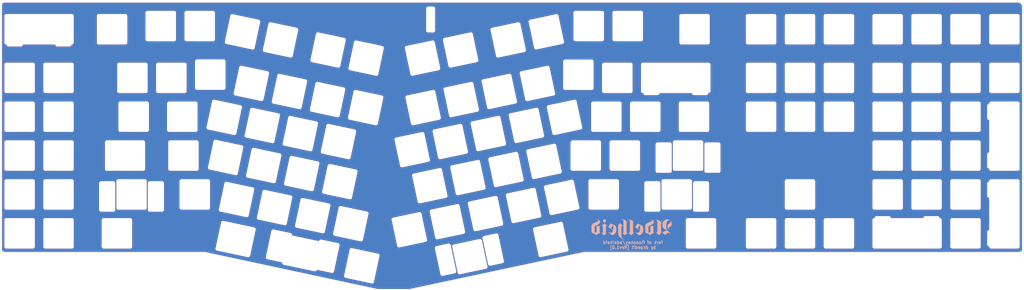
<source format=kicad_pcb>
(kicad_pcb (version 20211014) (generator pcbnew)
  (layers (0 "F.Cu" signal) (31 "B.Cu" signal) (34 "B.Paste" user) (35 "F.Paste" user) (36 "B.SilkS" user "B.Silkscreen") (37 "F.SilkS" user "F.Silkscreen") (38 "B.Mask" user) (39 "F.Mask" user) (44 "Edge.Cuts" user))
  (net 0 "")
  (footprint "acheron_MX_PlateSlots:MX100" (layer "F.Cu") (at 89.13495 280.9875))
  (footprint "acheron_MX_PlateSlots:MX100" (layer "F.Cu") (at 200.19308 336.376649 12))
  (footprint "acheron_MX_PlateSlots:MX100" (layer "F.Cu") (at 305.63185 300.0375))
  (footprint "acheron_MX_PlateSlots:MX100" (layer "F.Cu") (at 410.36875 261.9375))
  (footprint "acheron_MX_PlateSlots:MX100" (layer "F.Cu") (at 137.19175 243.332 -12))
  (footprint "acheron_MX_PlateSlots:MX100" (layer "F.Cu") (at 171.55795 333.4004 -12))
  (footprint "acheron_MX_PlateSlots:MX100" (layer "F.Cu") (at 372.26875 238.125))
  (footprint "acheron_MX_PlateSlots:MX100" (layer "F.Cu") (at 110.33125 300.9392 -12))
  (footprint "acheron_MX_PlateSlots:MX100" (layer "F.Cu") (at 391.31875 319.0875))
  (footprint "acheron_MX_PlateSlots:MX100" (layer "F.Cu") (at 453.23125 319.0875))
  (footprint "acheron_MX_PlateSlots:MX100" (layer "F.Cu") (at 276.10435 281.2923 12))
  (footprint "acheron_MX_PlateSlots:MX100" (layer "F.Cu") (at 206.95285 276.5171 12))
  (footprint "acheron_MX_PlateSlots:MX100" (layer "F.Cu") (at 238.84255 289.2044 12))
  (footprint "acheron_MX_PlateSlots:MX100" (layer "F.Cu") (at 410.36875 280.9875))
  (footprint "acheron_MX_PlateSlots:MX225" (layer "F.Cu") (at 64.29375 319.0875))
  (footprint "acheron_MX_PlateSlots:MX100" (layer "F.Cu") (at 9.525 261.9375))
  (footprint "acheron_MX_PlateSlots:MX100" (layer "F.Cu") (at 218.82735 332.4225 12))
  (footprint "acheron_MX_PlateSlots:MX100" (layer "F.Cu") (at 134.28345 325.4883 -12))
  (footprint "acheron_MX_PlateSlots:MX100" (layer "F.Cu") (at 472.28125 280.9875))
  (footprint "acheron_MX_PlateSlots:MX100" (layer "F.Cu") (at 372.26875 338.1375))
  (footprint "acheron_MX_PlateSlots:MX100" (layer "F.Cu") (at 179.07635 252.2601 -12))
  (footprint "acheron_MX_PlateSlots:MX100" (layer "F.Cu") (at 274.73275 320.5226 12))
  (footprint "acheron_MX_PlateSlots:MX100" (layer "F.Cu") (at 257.47345 285.242 12))
  (footprint "acheron_MX_PlateSlots:MX100" (layer "F.Cu") (at 453.23125 261.9375))
  (footprint "acheron_MX_PlateSlots:MX100" (layer "F.Cu") (at 286.54375 300.0375))
  (footprint "acheron_MX_PlateSlots:MX100" (layer "F.Cu") (at 206.66075 252.2474 12))
  (footprint "acheron_MX_PlateSlots:MX100" (layer "F.Cu") (at 109.63275 281.305 -12))
  (footprint "acheron_MX_PlateSlots:MX100" (layer "F.Cu") (at 453.23125 280.9875))
  (footprint "acheron_MX_PlateSlots:MX100" (layer "F.Cu") (at 128.26365 285.2674 -12))
  (footprint "acheron_MX_PlateSlots:MX100" (layer "F.Cu") (at 225.59645 272.5674 12))
  (footprint "acheron_MX_PlateSlots:MX100" (layer "F.Cu") (at 115.66525 321.5386 -12))
  (footprint "acheron_MX_PlateSlots:MX100" (layer "F.Cu") (at 372.26875 280.9875))
  (footprint "acheron_MX_PlateSlots:MX100" (layer "F.Cu") (at 28.575 280.9875))
  (footprint "acheron_MX_PlateSlots:MX100" (layer "F.Cu") (at 472.28125 238.125))
  (footprint "acheron_MX_PlateSlots:MX100" (layer "F.Cu") (at 391.31875 238.125))
  (footprint "acheron_MX_PlateSlots:MX100" (layer "F.Cu") (at 315.63945 280.9875))
  (footprint "acheron_MX_PlateSlots:MX100" (layer "F.Cu") (at 165.52545 293.1541 -12))
  (footprint "acheron_MX_PlateSlots:MX100" (layer "F.Cu") (at 28.575 300.0375))
  (footprint "acheron_MX_PlateSlots:MX100" (layer "F.Cu") (at 491.33125 238.125))
  (footprint "acheron_MX_PlateSlots:MX100" (layer "F.Cu") (at 83.780218 261.9375))
  (footprint "acheron_MX_PlateSlots:MX150" (layer "F.Cu") (at 65.32245 280.9748))
  (footprint "acheron_MX_PlateSlots:MX100" (layer "F.Cu") (at 28.575 319.0875))
  (footprint "acheron_MX_PlateSlots:MX100" (layer "F.Cu") (at 225.29165 248.285 12))
  (footprint "acheron_MX_PlateSlots:MX100" (layer "F.Cu") (at 97.63125 236.5375))
  (footprint "acheron_MX_PlateSlots:MX100" (layer "F.Cu") (at 178.83505 276.5171 -12))
  (footprint "acheron_MX_PlateSlots:MX100" (layer "F.Cu") (at 453.23125 238.125))
  (footprint "acheron_MX_PlateSlots:MX100" (layer "F.Cu") (at 244.20195 268.5923 12))
  (footprint "acheron_MX_PlateSlots:MX100" (layer "F.Cu") (at 391.31875 338.1375))
  (footprint "acheron_MX_PlateSlots:MX100" (layer "F.Cu") (at 176.93005 354.0252 -12))
  (footprint "acheron_MX_PlateSlots:MX100" (layer "F.Cu") (at 122.91695 264.6426 -12))
  (footprint "acheron_MX_PlateSlots:MX100" (layer "F.Cu") (at 220.22435 293.1541 12))
  (footprint "acheron_MX_PlateSlots:MX100" (layer "F.Cu") (at 434.18125 319.0875))
  (footprint "acheron_MX_PlateSlots:MX100" (layer "F.Cu") (at 434.18125 238.125))
  (footprint "acheron_MX_PlateSlots:MX100" (layer "F.Cu") (at 248.57075 243.332 12))
  (footprint "acheron_MX_PlateSlots:MX100" (layer "F.Cu") (at 64.72555 261.9375))
  (footprint "acheron_MX_PlateSlots:MX100" (layer "F.Cu") (at 472.28125 261.9375))
  (footprint "acheron_MX_PlateSlots:MX100" (layer "F.Cu") (at 160.45815 248.2977 -12))
  (footprint "acheron_MX_PlateSlots:MX100" (layer "F.Cu") (at 267.20165 239.3696 12))
  (footprint "acheron_MX_PlateSlots:MX100" (layer "F.Cu") (at 266.08405 302.8823 12))
  (footprint "acheron_MX_PlateSlots:MX200" (layer "F.Cu") (at 491.33125 328.6125 -90))
  (footprint "acheron_MX_PlateSlots:MX100" (layer "F.Cu") (at 391.31875 261.9375))
  (footprint "acheron_MX_PlateSlots:MX100" (layer "F.Cu") (at 89.69375 300.0375))
  (footprint "acheron_MX_PlateSlots:MX150" (layer "F.Cu") (at 269.37335 341.1347 12))
  (footprint "acheron_MX_PlateSlots:MX100" (layer "F.Cu") (at 160.19145 272.5801 -12))
  (footprint "acheron_MX_PlateSlots:MX100" (layer "F.Cu") (at 307.02885 236.5375))
  (footprint "acheron_MX_PlateSlots:MX100" (layer "F.Cu") (at 256.08915 324.485 12))
  (footprint "acheron_MX_PlateSlots:MX150" (layer "F.Cu") (at 339.45195 280.9875))
  (footprint "acheron_MX_PlateSlots:MX100" (layer "F.Cu") (at 146.88185 289.2425 -12))
  (footprint "acheron_MX_PlateSlots:MX100" (layer "F.Cu") (at 201.60615 297.1292 12))
  (footprint "acheron_MX_PlateSlots:MX100" (layer "F.Cu") (at 9.525 319.0875))
  (footprint "acheron_MX_PlateSlots:MX275_reverse" (layer "F.Cu") (at 229.78745 349.5421 12))
  (footprint "acheron_MX_PlateSlots:MX100" (layer "F.Cu") (at 434.18125 261.9375))
  (footprint "acheron_MX_PlateSlots:MX100" (layer "F.Cu") (at 391.31875 280.9875))
  (footprint "Custom_Footprints:SSD1306_OLED" (layer "F.Cu") (at 192.88125 233.3625 180))
  (footprint "acheron_MX_PlateSlots:MX100" (layer "F.Cu") (at 434.18125 300.0375))
  (footprint "acheron_MX_PlateSlots:MX200" (layer "F.Cu") (at 19.05 238.125))
  (footprint "acheron_MX_PlateSlots:MX100" (layer "F.Cu") (at 78.58125 236.5375))
  (footprint "acheron_MX_PlateSlots:MX100" (layer "F.Cu") (at 210.21675 314.7695 12))
  (footprint "acheron_MX_PlateSlots:MX200" (layer "F.Cu") (at 443.70625 338.1375 180))
  (footprint "acheron_MX_PlateSlots:MX100" (layer "F.Cu") (at 95.25 319.0875))
  (footprint "acheron_MX_PlateSlots:MX100" (layer "F.Cu") (at 472.28125 300.0375))
  (footprint "acheron_MX_PlateSlots:MX150" (layer "F.Cu") (at 57.15 338.1375))
  (footprint "acheron_MX_PlateSlots:MX200" (layer "F.Cu") (at 491.33125 290.5125 -90))
  (footprint "acheron_MX_PlateSlots:MX100" (layer "F.Cu") (at 102.82555 260.35))
  (footprint "acheron_MX_PlateSlots:MX100" (layer "F.Cu") (at 228.84765 310.7944 12))
  (footprint "acheron_MX_PlateSlots:MX100" (layer "F.Cu") (at 28.575 261.9375))
  (footprint "acheron_MX_PlateSlots:MX100" (layer "F.Cu") (at 296.60215 280.9875))
  (footprint "acheron_MX_PlateSlots:MX100" (layer "F.Cu") (at 28.575 338.1375))
  (footprint "acheron_MX_PlateSlots:MX100" (layer "F.Cu") (at 287.96615 236.5375))
  (footprint "acheron_MX_PlateSlots:MX100" (layer "F.Cu") (at 295.275 319.0875))
  (footprint "acheron_MX_PlateSlots:MX200" (layer "F.Cu") (at 330.52385 261.9375))
  (footprint "acheron_MX_PlateSlots:MX100" (layer "F.Cu") (at 472.28125 319.0875))
  (footprint "acheron_MX_PlateSlots:MX100" (layer "F.Cu") (at 301.94885 261.9375))
  (footprint "acheron_MX_PlateSlots:MX100" (layer "F.Cu") (at 9.525 338.1375))
  (footprint "acheron_MX_PlateSlots:MX275" (layer "F.Cu") (at 330.99375 319.0875))
  (footprint "acheron_MX_PlateSlots:MX100" (layer "F.Cu") (at 472.28125 338.1375))
  (footprint "acheron_MX_PlateSlots:MX100" (layer "F.Cu") (at 339.725 238.125))
  (footprint "acheron_MX_PlateSlots:MX100" (layer "F.Cu") (at 118.57355 239.3823 -12))
  (footprint "acheron_MX_PlateSlots:MX100" (layer "F.Cu") (at 410.36875 338.1375))
  (footprint "acheron_MX_PlateSlots:MX100" (layer "F.Cu") (at 410.36875 238.125))
  (footprint "acheron_MX_PlateSlots:MX100" (layer "F.Cu") (at 282.91155 260.4262))
  (footprint "acheron_MX_PlateSlots:MX100" (layer "F.Cu") (at 9.525 280.9875))
  (footprint "acheron_MX_PlateSlots:MX100" (layer "F.Cu") (at 152.92705 329.4507 -12))
  (footprint "acheron_MX_PlateSlots:MX100" (layer "F.Cu") (at 247.47855 306.8193 12))
  (footprint "acheron_MX_PlateSlots:MX150" (layer "F.Cu") (at 116.37645 341.1601 -12))
  (footprint "acheron_MX_PlateSlots:MX100" (layer "F.Cu") (at 54.76875 238.125))
  (footprint "acheron_MX_PlateSlots:MX175" (layer "F.Cu") (at 63.5 300.0375))
  (footprint "acheron_MX_PlateSlots:MX225" (layer "F.Cu") (at 336.55 300.0375))
  (footprint "acheron_MX_PlateSlots:MX150" (layer "F.Cu") (at 342.9 338.1375))
  (footprint "acheron_MX_PlateSlots:MX100" (layer "F.Cu") (at 128.96215 304.9016 -12))
  (footprint "acheron_MX_PlateSlots:MX100" (layer "F.Cu") (at 372.26875 261.9375))
  (footprint "acheron_MX_PlateSlots:MX100" (layer "F.Cu") (at 166.19855 312.7883 -12))
  (footprint "acheron_MX_PlateSlots:MX100" (layer "F.Cu") (at 9.525 300.0375))
  (footprint "acheron_MX_PlateSlots:MX100" (layer "F.Cu") (at 141.54785 268.6177 -12))
  (footprint "acheron_MX_PlateSlots:MX100" (layer "F.Cu") (at 237.47095 328.4474 12))
  (footprint "acheron_MX_PlateSlots:MX100" (layer "F.Cu") (at 453.23125 300.0375))
  (footprint "acheron_MX_PlateSlots:MX100" (layer "F.Cu") (at 491.33125 261.9375))
  (footprint "acheron_MX_PlateSlots:MX100" (layer "F.Cu") (at 434.18125 280.9875))
  (footprint "acheron_MX_PlateSlots:MX100" (layer "F.Cu") (at 262.85825 264.6553 12))
  (footprint "acheron_MX_PlateSlots:MX100" (layer "F.Cu") (at 147.55495 308.8259 -12))
  (footprint "acheron_MX_PlateSlots:MX225" (layer "F.Cu") (at 146.65579 347.599 168))
  (footprint "adelheid:adelheid-logo" (layer "B.Cu") (at 308.76875 336.47775 180))
  (gr_line (start 2.0875 224.63125) (end 497.975 224.63125) (layer "Edge.Cuts") (width 0.1))
  (gr_arc (start 500.35625 346.075) (mid 499.891282 347.197532) (end 498.76875 347.6625) (layer "Edge.Cuts") (width 0.1))
  (gr_line (start 498.76875 347.6625) (end 285.75 347.6625) (layer "Edge.Cuts") (width 0.1))
  (gr_line (start 0.5 346.075) (end 0.5 226.21875) (layer "Edge.Cuts") (width 0.1))
  (gr_arc (start 2.0875 347.6625) (mid 0.964968 347.197532) (end 0.5 346.075) (layer "Edge.Cuts") (width 0.1))
  (gr_line (start 500.35625 227.0125) (end 500.35625 346.075) (layer "Edge.Cuts") (width 0.1))
  (gr_line (start 184.94375 365.91875) (end 200.025 365.91875) (layer "Edge.Cuts") (width 0.1))
  (gr_line (start 2.0875 347.6625) (end 100.0125 347.6625) (layer "Edge.Cuts") (width 0.1))
  (gr_arc (start 0.5 226.21875) (mid 0.964968 225.096218) (end 2.0875 224.63125) (layer "Edge.Cuts") (width 0.1))
  (gr_line (start 285.75 347.6625) (end 200.025 365.91875) (layer "Edge.Cuts") (width 0.1))
  (gr_arc (start 497.975 224.63125) (mid 499.658798 225.328702) (end 500.35625 227.0125) (layer "Edge.Cuts") (width 0.1))
  (gr_line (start 100.0125 347.6625) (end 184.94375 365.91875) (layer "Edge.Cuts") (width 0.1))
  (gr_text "fork of floookay/adelheid\nby dcpedit [Rev1.0]" (at 309.5625 343.789) (layer "B.SilkS") (effects (font (size 1.5 1.5) (thickness 0.3)) (justify mirror)))
  (zone (net 0) (net_name "") (layers F&B.Cu) (connect_pads (clearance 0.508)) (min_thickness 0.254) (fill yes (thermal_gap 0.508) (thermal_bridge_width 0.508))
    (polygon (pts (xy 500.85625 347.6625) (xy 285.75 347.6625) (xy 200.025 365.91875) (xy 184.94375 365.91875) (xy 100.0125 347.6625) (xy 0 347.6625) (xy 0 224.63125) (xy 500.85625 224.63125)))
  )
)
</source>
